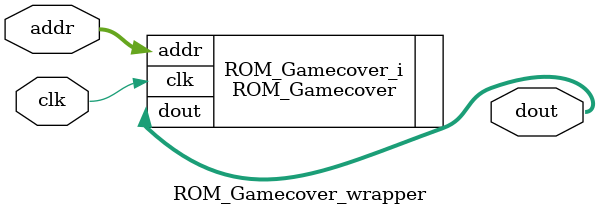
<source format=v>
`timescale 1 ps / 1 ps

module ROM_Gamecover_wrapper
   (addr,
    clk,
    dout);
  input [18:0]addr;
  input clk;
  output [11:0]dout;

  wire [18:0]addr;
  wire clk;
  wire [11:0]dout;

  ROM_Gamecover ROM_Gamecover_i
       (.addr(addr),
        .clk(clk),
        .dout(dout));
endmodule

</source>
